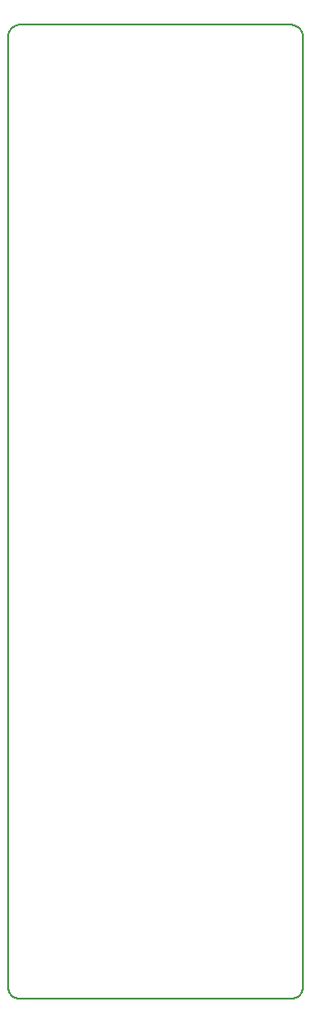
<source format=gbr>
G04 DipTrace 3.1.0.1*
G04 Board.gbr*
%MOIN*%
G04 #@! TF.FileFunction,Profile*
G04 #@! TF.Part,Single*
%ADD11C,0.005512*%
%FSLAX26Y26*%
G04*
G70*
G90*
G75*
G01*
G04 BoardOutline*
%LPD*%
X405512Y3964567D2*
D11*
X417323Y3972441D1*
X433071Y3976378D1*
X1437008D1*
X1456693Y3972441D1*
X1468504Y3964567D1*
X1476378Y3952756D1*
X1480315Y3937008D1*
Y433071D1*
X1476378Y417323D1*
X1468504Y405512D1*
X1456693Y397638D1*
X1440945Y393701D1*
X433071D1*
X417323Y397638D1*
X405512Y405512D1*
X397638Y417323D1*
X393701Y433071D1*
Y3937008D1*
X397638Y3952756D1*
X405512Y3964567D1*
M02*

</source>
